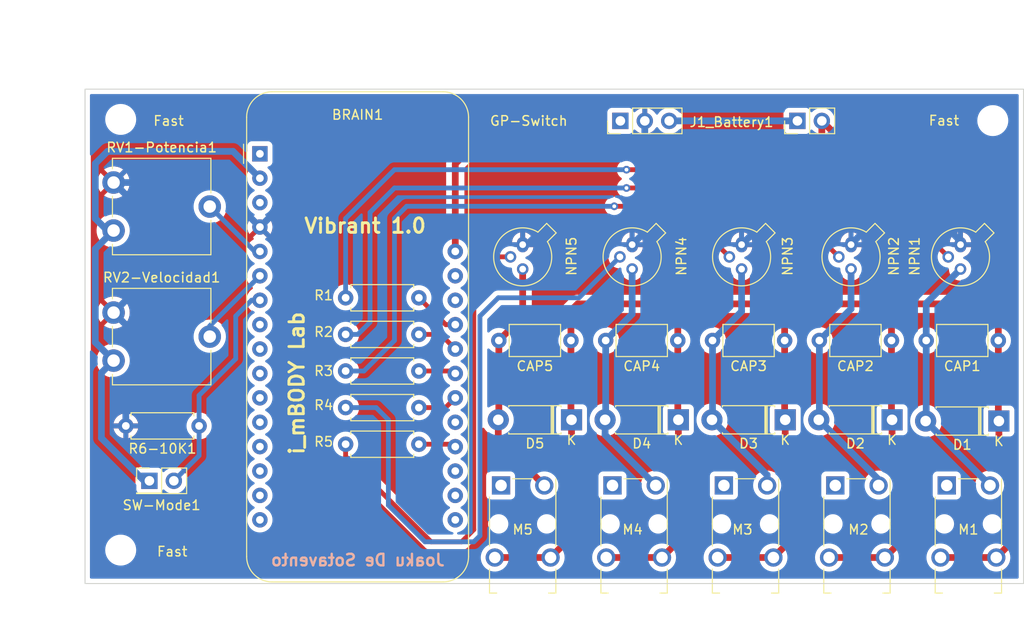
<source format=kicad_pcb>
(kicad_pcb (version 20211014) (generator pcbnew)
  (layers (0 "F.Cu" signal) (31 "B.Cu" signal) (34 "B.Paste" user) (35 "F.Paste" user) (36 "B.SilkS" user "B.Silkscreen") (37 "F.SilkS" user "F.Silkscreen") (38 "B.Mask" user) (39 "F.Mask" user) (44 "Edge.Cuts" user))
  (net 0 "")
  (net 3 "GND")
  (net 4 "Net-(BRAIN1-Pad5)")
  (net 5 "Net-(BRAIN1-Pad6)")
  (net 18 "Net-(BRAIN1-Pad20)")
  (net 20 "Net-(BRAIN1-Pad22)")
  (net 21 "Net-(BRAIN1-Pad23)")
  (net 22 "Net-(BRAIN1-Pad24)")
  (net 23 "Net-(BRAIN1-Pad25)")
  (net 25 "+3.3VP")
  (net 26 "Net-(CAP1-Pad2)")
  (net 27 "Net-(CAP2-Pad2)")
  (net 28 "Net-(CAP3-Pad2)")
  (net 29 "Net-(CAP4-Pad2)")
  (net 30 "Net-(CAP5-Pad2)")
  (net 31 "Net-(NPN1-Pad2)")
  (net 32 "Net-(NPN2-Pad2)")
  (net 33 "Net-(NPN3-Pad2)")
  (net 34 "Net-(NPN4-Pad2)")
  (net 35 "Net-(NPN5-Pad2)")
  (net 36 "Net-(BRAIN1-Pad7)")
  (net 38 "Net-(SW1_GeneralPower1-Pad3)")
  (net 44 "Net-(BRAIN1-Pad2)")
  (footprint "Connector_Audio:Jack_3.5mm_Switronic_ST-005-G_horizontal" (layer "F.Cu") (at 117.475 97.79 90)
    (fp_text reference "M1" (at 1.905 0 180) (layer "F.SilkS"))
    (fp_text value "Motor DC")
    (pad "" np_thru_hole circle (at 2.5 -2.5 90) (size 1 1) (drill 1) (layers *.Cu *.Mask))
    (pad "" np_thru_hole circle (at 2.5 2.5 90) (size 1 1) (drill 1) (layers *.Cu *.Mask))
    (pad "R" thru_hole rect (at 6.5 -2.25 90) (size 1.9 1.9) (drill 1.2) (layers *.Cu *.Mask))
    (pad "S" thru_hole circle (at 6.5 2.25 90) (size 1.9 1.9) (drill 1.2) (layers *.Cu *.Mask) (net 26 "Net-(CAP1-Pad2)"))
    (pad "T" thru_hole circle (at -1 -2.9 90) (size 1.9 1.9) (drill 1.2) (layers *.Cu *.Mask) (net 25 "+3.3VP"))
    (pad "T" thru_hole circle (at -1 2.9 90) (size 1.9 1.9) (drill 1.2) (layers *.Cu *.Mask) (net 25 "+3.3VP"))
  )
  (footprint "Potentiometer_THT:Potentiometer_ACP_CA9-V10_Vertical" (layer "F.Cu") (at 28.5729 64.7558)
    (fp_text reference "RV1-Potencia1" (at 5 -8.65) (layer "F.SilkS"))
    (fp_text value "R_Potentiometer")
    (pad "1" thru_hole circle (at 0 0) (size 2.34 2.34) (drill 1.3) (layers *.Cu *.Mask) (net 44 "Net-(BRAIN1-Pad2)"))
    (pad "2" thru_hole circle (at 10 -2.5) (size 2.34 2.34) (drill 1.3) (layers *.Cu *.Mask) (net 4 "Net-(BRAIN1-Pad5)"))
    (pad "3" thru_hole circle (at 0 -5) (size 2.34 2.34) (drill 1.3) (layers *.Cu *.Mask) (net 3 "GND"))
  )
  (footprint "Capacitor_THT:C_Axial_L5.1mm_D3.1mm_P7.50mm_Horizontal" (layer "F.Cu") (at 87.2525 76.2 180)
    (fp_text reference "CAP4" (at 3.75 -2.67) (layer "F.SilkS"))
    (fp_text value "C")
    (pad "1" thru_hole circle (at 0 0 180) (size 1.6 1.6) (drill 0.8) (layers *.Cu *.Mask) (net 25 "+3.3VP"))
    (pad "2" thru_hole oval (at 7.5 0 180) (size 1.6 1.6) (drill 0.8) (layers *.Cu *.Mask) (net 29 "Net-(CAP4-Pad2)"))
  )
  (footprint "Resistor_THT:R_Axial_DIN0207_L6.3mm_D2.5mm_P7.62mm_Horizontal" (layer "F.Cu") (at 60.325 83.185 180)
    (fp_text reference "R4" (at 9.906 0.254) (layer "F.SilkS"))
    (fp_text value "R")
    (pad "1" thru_hole circle (at 0 0 180) (size 1.6 1.6) (drill 0.8) (layers *.Cu *.Mask) (net 20 "Net-(BRAIN1-Pad22)"))
    (pad "2" thru_hole oval (at 7.62 0 180) (size 1.6 1.6) (drill 0.8) (layers *.Cu *.Mask) (net 34 "Net-(NPN4-Pad2)"))
  )
  (footprint "Module:Adafruit_Feather" (layer "F.Cu") (at 43.7896 56.769)
    (fp_text reference "BRAIN1" (at 10.16 -4.064) (layer "F.SilkS"))
    (fp_text value "Adafruit_Feather_HUZZAH32_ESP32")
    (pad "1" thru_hole rect (at 0 0 180) (size 1.6 1.6) (drill 0.8) (layers *.Cu *.Mask))
    (pad "2" thru_hole circle (at 0 2.54 180) (size 1.6 1.6) (drill 0.8) (layers *.Cu *.Mask) (net 44 "Net-(BRAIN1-Pad2)"))
    (pad "3" thru_hole circle (at 0 5.08 180) (size 1.6 1.6) (drill 0.8) (layers *.Cu *.Mask))
    (pad "4" thru_hole circle (at 0 7.62 180) (size 1.6 1.6) (drill 0.8) (layers *.Cu *.Mask) (net 3 "GND"))
    (pad "5" thru_hole circle (at 0 10.16 180) (size 1.6 1.6) (drill 0.8) (layers *.Cu *.Mask) (net 4 "Net-(BRAIN1-Pad5)"))
    (pad "6" thru_hole circle (at 0 12.7 180) (size 1.6 1.6) (drill 0.8) (layers *.Cu *.Mask) (net 5 "Net-(BRAIN1-Pad6)"))
    (pad "7" thru_hole circle (at 0 15.24 180) (size 1.6 1.6) (drill 0.8) (layers *.Cu *.Mask) (net 36 "Net-(BRAIN1-Pad7)"))
    (pad "8" thru_hole circle (at 0 17.78 180) (size 1.6 1.6) (drill 0.8) (layers *.Cu *.Mask))
    (pad "9" thru_hole circle (at 0 20.32 180) (size 1.6 1.6) (drill 0.8) (layers *.Cu *.Mask))
    (pad "10" thru_hole circle (at 0 22.86 180) (size 1.6 1.6) (drill 0.8) (layers *.Cu *.Mask))
    (pad "11" thru_hole circle (at 0 25.4 180) (size 1.6 1.6) (drill 0.8) (layers *.Cu *.Mask))
    (pad "12" thru_hole circle (at 0 27.94 180) (size 1.6 1.6) (drill 0.8) (layers *.Cu *.Mask))
    (pad "13" thru_hole circle (at 0 30.48 180) (size 1.6 1.6) (drill 0.8) (layers *.Cu *.Mask))
    (pad "14" thru_hole circle (at 0 33.02 180) (size 1.6 1.6) (drill 0.8) (layers *.Cu *.Mask))
    (pad "15" thru_hole circle (at 0 35.56 180) (size 1.6 1.6) (drill 0.8) (layers *.Cu *.Mask))
    (pad "16" thru_hole circle (at 0 38.1 180) (size 1.6 1.6) (drill 0.8) (layers *.Cu *.Mask))
    (pad "17" thru_hole circle (at 20.32 38.1 180) (size 1.6 1.6) (drill 0.8) (layers *.Cu *.Mask))
    (pad "18" thru_hole circle (at 20.32 35.56 180) (size 1.6 1.6) (drill 0.8) (layers *.Cu *.Mask))
    (pad "19" thru_hole circle (at 20.32 33.02 180) (size 1.6 1.6) (drill 0.8) (layers *.Cu *.Mask))
    (pad "20" thru_hole circle (at 20.32 30.48 180) (size 1.6 1.6) (drill 0.8) (layers *.Cu *.Mask) (net 18 "Net-(BRAIN1-Pad20)"))
    (pad "21" thru_hole circle (at 20.32 27.94 180) (size 1.6 1.6) (drill 0.8) (layers *.Cu *.Mask))
    (pad "22" thru_hole circle (at 20.32 25.4 180) (size 1.6 1.6) (drill 0.8) (layers *.Cu *.Mask) (net 20 "Net-(BRAIN1-Pad22)"))
    (pad "23" thru_hole circle (at 20.32 22.86 180) (size 1.6 1.6) (drill 0.8) (layers *.Cu *.Mask) (net 21 "Net-(BRAIN1-Pad23)"))
    (pad "24" thru_hole circle (at 20.32 20.32 180) (size 1.6 1.6) (drill 0.8) (layers *.Cu *.Mask) (net 22 "Net-(BRAIN1-Pad24)"))
    (pad "25" thru_hole circle (at 20.32 17.78 180) (size 1.6 1.6) (drill 0.8) (layers *.Cu *.Mask) (net 23 "Net-(BRAIN1-Pad25)"))
    (pad "26" thru_hole circle (at 20.32 15.24 180) (size 1.6 1.6) (drill 0.8) (layers *.Cu *.Mask))
    (pad "27" thru_hole circle (at 20.32 12.7 180) (size 1.6 1.6) (drill 0.8) (layers *.Cu *.Mask))
    (pad "28" thru_hole circle (at 20.32 10.16 180) (size 1.6 1.6) (drill 0.8) (layers *.Cu *.Mask) (net 25 "+3.3VP"))
  )
  (footprint "Capacitor_THT:C_Axial_L5.1mm_D3.1mm_P7.50mm_Horizontal" (layer "F.Cu") (at 76.14 76.2 180)
    (fp_text reference "CAP5" (at 3.75 -2.67) (layer "F.SilkS"))
    (fp_text value "C")
    (pad "1" thru_hole circle (at 0 0 180) (size 1.6 1.6) (drill 0.8) (layers *.Cu *.Mask) (net 25 "+3.3VP"))
    (pad "2" thru_hole oval (at 7.5 0 180) (size 1.6 1.6) (drill 0.8) (layers *.Cu *.Mask) (net 30 "Net-(CAP5-Pad2)"))
  )
  (footprint "MountingHole:MountingHole_2.2mm_M2_DIN965" (layer "F.Cu") (at 29.3116 98.0186)
    (fp_text reference "Fast" (at 5.3594 0.1524) (layer "F.SilkS"))
    (fp_text value "MountingHole_2.2mm_M2_DIN965")
    (pad "" np_thru_hole circle (at 0 0) (size 2.2 2.2) (drill 2.2) (layers *.Cu *.Mask))
  )
  (footprint "Package_TO_SOT_THT:TO-18-3" (layer "F.Cu") (at 82.503819 66.224724 -90)
    (fp_text reference "NPN4" (at 1.212276 -5.126181 90) (layer "F.SilkS"))
    (fp_text value "2N2219")
    (pad "1" thru_hole oval (at 0 0 270) (size 1.6 1.2) (drill 0.7) (layers *.Cu *.Mask) (net 3 "GND"))
    (pad "2" thru_hole oval (at 1.27 1.27 270) (size 1.2 1.2) (drill 0.7) (layers *.Cu *.Mask) (net 34 "Net-(NPN4-Pad2)"))
    (pad "3" thru_hole oval (at 2.54 0 270) (size 1.2 1.2) (drill 0.7) (layers *.Cu *.Mask) (net 29 "Net-(CAP4-Pad2)"))
  )
  (footprint "Connector_PinHeader_2.54mm:PinHeader_2x01_P2.54mm_Vertical" (layer "F.Cu") (at 32.2979 90.805)
    (fp_text reference "SW-Mode1" (at 1.27 2.54) (layer "F.SilkS"))
    (fp_text value "SW_Push")
    (pad "1" thru_hole rect (at 0 0) (size 1.7 1.7) (drill 1) (layers *.Cu *.Mask) (net 44 "Net-(BRAIN1-Pad2)"))
    (pad "2" thru_hole oval (at 2.54 0) (size 1.7 1.7) (drill 1) (layers *.Cu *.Mask) (net 36 "Net-(BRAIN1-Pad7)"))
  )
  (footprint "Capacitor_THT:C_Axial_L5.1mm_D3.1mm_P7.50mm_Horizontal" (layer "F.Cu") (at 120.59 76.2 180)
    (fp_text reference "CAP1" (at 3.75 -2.67) (layer "F.SilkS"))
    (fp_text value "C")
    (pad "1" thru_hole circle (at 0 0 180) (size 1.6 1.6) (drill 0.8) (layers *.Cu *.Mask) (net 25 "+3.3VP"))
    (pad "2" thru_hole oval (at 7.5 0 180) (size 1.6 1.6) (drill 0.8) (layers *.Cu *.Mask) (net 26 "Net-(CAP1-Pad2)"))
  )
  (footprint "MountingHole:MountingHole_2.2mm_M2_DIN965" (layer "F.Cu") (at 120.015 53.311 -90)
    (fp_text reference "Fast" (at 0 5.08 180) (layer "F.SilkS"))
    (fp_text value "MountingHole_2.2mm_M2_DIN965")
    (pad "" np_thru_hole circle (at 0 0 270) (size 2.2 2.2) (drill 2.2) (layers *.Cu *.Mask))
  )
  (footprint "Diode_THT:D_DO-41_SOD81_P7.62mm_Horizontal" (layer "F.Cu") (at 109.5375 84.455 180)
    (fp_text reference "D2" (at 3.81 -2.47 180) (layer "F.SilkS"))
    (fp_text value "1N4007")
    (fp_text user "K" (at 0 -2.1 180) (layer "F.SilkS"))
    (pad "1" thru_hole rect (at 0 0 180) (size 2.2 2.2) (drill 1.1) (layers *.Cu *.Mask) (net 25 "+3.3VP"))
    (pad "2" thru_hole oval (at 7.62 0 180) (size 2.2 2.2) (drill 1.1) (layers *.Cu *.Mask) (net 27 "Net-(CAP2-Pad2)"))
  )
  (footprint "Connector_PinHeader_2.54mm:PinHeader_1x03_P2.54mm_Vertical" (layer "F.Cu") (at 81.28 53.34 90)
    (fp_text reference "GP-Switch" (at 0 -9.525 180) (layer "F.SilkS"))
    (fp_text value "SW_SPDT")
    (pad "1" thru_hole rect (at 0 0 90) (size 1.7 1.7) (drill 1) (layers *.Cu *.Mask))
    (pad "2" thru_hole oval (at 0 2.54 90) (size 1.7 1.7) (drill 1) (layers *.Cu *.Mask) (net 3 "GND"))
    (pad "3" thru_hole oval (at 0 5.08 90) (size 1.7 1.7) (drill 1) (layers *.Cu *.Mask) (net 38 "Net-(SW1_GeneralPower1-Pad3)"))
  )
  (footprint "Diode_THT:D_DO-41_SOD81_P7.62mm_Horizontal" (layer "F.Cu") (at 98.425 84.455 180)
    (fp_text reference "D3" (at 3.81 -2.47 180) (layer "F.SilkS"))
    (fp_text value "1N4007")
    (fp_text user "K" (at 0 -2.1 180) (layer "F.SilkS"))
    (pad "1" thru_hole rect (at 0 0 180) (size 2.2 2.2) (drill 1.1) (layers *.Cu *.Mask) (net 25 "+3.3VP"))
    (pad "2" thru_hole oval (at 7.62 0 180) (size 2.2 2.2) (drill 1.1) (layers *.Cu *.Mask) (net 28 "Net-(CAP3-Pad2)"))
  )
  (footprint "Package_TO_SOT_THT:TO-18-3" (layer "F.Cu") (at 93.887638 66.224724 -90)
    (fp_text reference "NPN3" (at 1.212276 -4.791362 90) (layer "F.SilkS"))
    (fp_text value "2N2219")
    (pad "1" thru_hole oval (at 0 0 270) (size 1.6 1.2) (drill 0.7) (layers *.Cu *.Mask) (net 3 "GND"))
    (pad "2" thru_hole oval (at 1.27 1.27 270) (size 1.2 1.2) (drill 0.7) (layers *.Cu *.Mask) (net 33 "Net-(NPN3-Pad2)"))
    (pad "3" thru_hole oval (at 2.54 0 270) (size 1.2 1.2) (drill 0.7) (layers *.Cu *.Mask) (net 28 "Net-(CAP3-Pad2)"))
  )
  (footprint "Connector_PinHeader_2.54mm:PinHeader_1x02_P2.54mm_Vertical" (layer "F.Cu") (at 99.695 53.34 90)
    (fp_text reference "J1_Battery1" (at -0.127 -6.858 180) (layer "F.SilkS"))
    (fp_text value "Conn_01x02")
    (pad "1" thru_hole rect (at 0 0 90) (size 1.7 1.7) (drill 1) (layers *.Cu *.Mask) (net 38 "Net-(SW1_GeneralPower1-Pad3)"))
    (pad "2" thru_hole oval (at 0 2.54 90) (size 1.7 1.7) (drill 1) (layers *.Cu *.Mask) (net 25 "+3.3VP"))
  )
  (footprint "Connector_Audio:Jack_3.5mm_Switronic_ST-005-G_horizontal" (layer "F.Cu") (at 71.12 97.79 90)
    (fp_text reference "M5" (at 1.905 0 180) (layer "F.SilkS"))
    (fp_text value "Motor DC")
    (pad "" np_thru_hole circle (at 2.5 2.5 90) (size 1 1) (drill 1) (layers *.Cu *.Mask))
    (pad "" np_thru_hole circle (at 2.5 -2.5 90) (size 1 1) (drill 1) (layers *.Cu *.Mask))
    (pad "R" thru_hole rect (at 6.5 -2.25 90) (size 1.9 1.9) (drill 1.2) (layers *.Cu *.Mask))
    (pad "S" thru_hole circle (at 6.5 2.25 90) (size 1.9 1.9) (drill 1.2) (layers *.Cu *.Mask) (net 30 "Net-(CAP5-Pad2)"))
    (pad "T" thru_hole circle (at -1 -2.9 90) (size 1.9 1.9) (drill 1.2) (layers *.Cu *.Mask) (net 25 "+3.3VP"))
    (pad "T" thru_hole circle (at -1 2.9 90) (size 1.9 1.9) (drill 1.2) (layers *.Cu *.Mask) (net 25 "+3.3VP"))
  )
  (footprint "Resistor_THT:R_Axial_DIN0207_L6.3mm_D2.5mm_P7.62mm_Horizontal" (layer "F.Cu") (at 60.325 86.995 180)
    (fp_text reference "R5" (at 9.906 0.254) (layer "F.SilkS"))
    (fp_text value "R")
    (pad "1" thru_hole circle (at 0 0 180) (size 1.6 1.6) (drill 0.8) (layers *.Cu *.Mask) (net 18 "Net-(BRAIN1-Pad20)"))
    (pad "2" thru_hole oval (at 7.62 0 180) (size 1.6 1.6) (drill 0.8) (layers *.Cu *.Mask) (net 35 "Net-(NPN5-Pad2)"))
  )
  (footprint "Package_TO_SOT_THT:TO-18-3" (layer "F.Cu") (at 116.655276 66.224724 -90)
    (fp_text reference "NPN1" (at 1.212276 4.768276 90) (layer "F.SilkS"))
    (fp_text value "2N2219")
    (pad "1" thru_hole oval (at 0 0 270) (size 1.6 1.2) (drill 0.7) (layers *.Cu *.Mask) (net 3 "GND"))
    (pad "2" thru_hole oval (at 1.27 1.27 270) (size 1.2 1.2) (drill 0.7) (layers *.Cu *.Mask) (net 31 "Net-(NPN1-Pad2)"))
    (pad "3" thru_hole oval (at 2.54 0 270) (size 1.2 1.2) (drill 0.7) (layers *.Cu *.Mask) (net 26 "Net-(CAP1-Pad2)"))
  )
  (footprint "Connector_Audio:Jack_3.5mm_Switronic_ST-005-G_horizontal" (layer "F.Cu") (at 82.70875 97.79 90)
    (fp_text reference "M4" (at 1.905 -0.15875 180) (layer "F.SilkS"))
    (fp_text value "Motor DC")
    (pad "" np_thru_hole circle (at 2.5 -2.5 90) (size 1 1) (drill 1) (layers *.Cu *.Mask))
    (pad "" np_thru_hole circle (at 2.5 2.5 90) (size 1 1) (drill 1) (layers *.Cu *.Mask))
    (pad "R" thru_hole rect (at 6.5 -2.25 90) (size 1.9 1.9) (drill 1.2) (layers *.Cu *.Mask))
    (pad "S" thru_hole circle (at 6.5 2.25 90) (size 1.9 1.9) (drill 1.2) (layers *.Cu *.Mask) (net 29 "Net-(CAP4-Pad2)"))
    (pad "T" thru_hole circle (at -1 2.9 90) (size 1.9 1.9) (drill 1.2) (layers *.Cu *.Mask) (net 25 "+3.3VP"))
    (pad "T" thru_hole circle (at -1 -2.9 90) (size 1.9 1.9) (drill 1.2) (layers *.Cu *.Mask) (net 25 "+3.3VP"))
  )
  (footprint "Diode_THT:D_DO-41_SOD81_P7.62mm_Horizontal" (layer "F.Cu") (at 87.3125 84.455 180)
    (fp_text reference "D4" (at 3.81 -2.47 180) (layer "F.SilkS"))
    (fp_text value "1N4007")
    (fp_text user "K" (at 0 -2.1 180) (layer "F.SilkS"))
    (pad "1" thru_hole rect (at 0 0 180) (size 2.2 2.2) (drill 1.1) (layers *.Cu *.Mask) (net 25 "+3.3VP"))
    (pad "2" thru_hole oval (at 7.62 0 180) (size 2.2 2.2) (drill 1.1) (layers *.Cu *.Mask) (net 29 "Net-(CAP4-Pad2)"))
  )
  (footprint "Connector_Audio:Jack_3.5mm_Switronic_ST-005-G_horizontal" (layer "F.Cu") (at 105.88625 97.79 90)
    (fp_text reference "M2" (at 1.905 0.15875 180) (layer "F.SilkS"))
    (fp_text value "Motor DC")
    (pad "" np_thru_hole circle (at 2.5 2.5 90) (size 1 1) (drill 1) (layers *.Cu *.Mask))
    (pad "" np_thru_hole circle (at 2.5 -2.5 90) (size 1 1) (drill 1) (layers *.Cu *.Mask))
    (pad "R" thru_hole rect (at 6.5 -2.25 90) (size 1.9 1.9) (drill 1.2) (layers *.Cu *.Mask))
    (pad "S" thru_hole circle (at 6.5 2.25 90) (size 1.9 1.9) (drill 1.2) (layers *.Cu *.Mask) (net 27 "Net-(CAP2-Pad2)"))
    (pad "T" thru_hole circle (at -1 2.9 90) (size 1.9 1.9) (drill 1.2) (layers *.Cu *.Mask) (net 25 "+3.3VP"))
    (pad "T" thru_hole circle (at -1 -2.9 90) (size 1.9 1.9) (drill 1.2) (layers *.Cu *.Mask) (net 25 "+3.3VP"))
  )
  (footprint "Capacitor_THT:C_Axial_L5.1mm_D3.1mm_P7.50mm_Horizontal" (layer "F.Cu") (at 109.4775 76.2 180)
    (fp_text reference "CAP2" (at 3.75 -2.67) (layer "F.SilkS"))
    (fp_text value "C")
    (pad "1" thru_hole circle (at 0 0 180) (size 1.6 1.6) (drill 0.8) (layers *.Cu *.Mask) (net 25 "+3.3VP"))
    (pad "2" thru_hole oval (at 7.5 0 180) (size 1.6 1.6) (drill 0.8) (layers *.Cu *.Mask) (net 27 "Net-(CAP2-Pad2)"))
  )
  (footprint "MountingHole:MountingHole_2.2mm_M2_DIN965" (layer "F.Cu") (at 29.3116 53.1876)
    (fp_text reference "Fast" (at 4.9784 0.1524) (layer "F.SilkS"))
    (fp_text value "MountingHole_2.2mm_M2_DIN965")
    (pad "" np_thru_hole circle (at 0 0) (size 2.2 2.2) (drill 2.2) (layers *.Cu *.Mask))
  )
  (footprint "Resistor_THT:R_Axial_DIN0207_L6.3mm_D2.5mm_P7.62mm_Horizontal" (layer "F.Cu") (at 37.465 85.09 180)
    (fp_text reference "R6-10K1" (at 3.81 -2.37) (layer "F.SilkS"))
    (fp_text value "R")
    (pad "1" thru_hole circle (at 0 0 180) (size 1.6 1.6) (drill 0.8) (layers *.Cu *.Mask) (net 36 "Net-(BRAIN1-Pad7)"))
    (pad "2" thru_hole oval (at 7.62 0 180) (size 1.6 1.6) (drill 0.8) (layers *.Cu *.Mask) (net 3 "GND"))
  )
  (footprint "Capacitor_THT:C_Axial_L5.1mm_D3.1mm_P7.50mm_Horizontal" (layer "F.Cu") (at 98.365 76.2 180)
    (fp_text reference "CAP3" (at 3.75 -2.67) (layer "F.SilkS"))
    (fp_text value "C")
    (pad "1" thru_hole circle (at 0 0 180) (size 1.6 1.6) (drill 0.8) (layers *.Cu *.Mask) (net 25 "+3.3VP"))
    (pad "2" thru_hole oval (at 7.5 0 180) (size 1.6 1.6) (drill 0.8) (layers *.Cu *.Mask) (net 28 "Net-(CAP3-Pad2)"))
  )
  (footprint "Connector_Audio:Jack_3.5mm_Switronic_ST-005-G_horizontal" (layer "F.Cu") (at 94.2975 97.79 90)
    (fp_text reference "M3" (at 1.905 -0.3175 180) (layer "F.SilkS"))
    (fp_text value "Motor DC")
    (pad "" np_thru_hole circle (at 2.5 2.5 90) (size 1 1) (drill 1) (layers *.Cu *.Mask))
    (pad "" np_thru_hole circle (at 2.5 -2.5 90) (size 1 1) (drill 1) (layers *.Cu *.Mask))
    (pad "R" thru_hole rect (at 6.5 -2.25 90) (size 1.9 1.9) (drill 1.2) (layers *.Cu *.Mask))
    (pad "S" thru_hole circle (at 6.5 2.25 90) (size 1.9 1.9) (drill 1.2) (layers *.Cu *.Mask) (net 28 "Net-(CAP3-Pad2)"))
    (pad "T" thru_hole circle (at -1 -2.9 90) (size 1.9 1.9) (drill 1.2) (layers *.Cu *.Mask) (net 25 "+3.3VP"))
    (pad "T" thru_hole circle (at -1 2.9 90) (size 1.9 1.9) (drill 1.2) (layers *.Cu *.Mask) (net 25 "+3.3VP"))
  )
  (footprint "Resistor_THT:R_Axial_DIN0207_L6.3mm_D2.5mm_P7.62mm_Horizontal" (layer "F.Cu") (at 60.325 79.375 180)
    (fp_text reference "R3" (at 9.906 0) (layer "F.SilkS"))
    (fp_text value "R")
    (pad "1" thru_hole circle (at 0 0 180) (size 1.6 1.6) (drill 0.8) (layers *.Cu *.Mask) (net 21 "Net-(BRAIN1-Pad23)"))
    (pad "2" thru_hole oval (at 7.62 0 180) (size 1.6 1.6) (drill 0.8) (layers *.Cu *.Mask) (net 33 "Net-(NPN3-Pad2)"))
  )
  (footprint "Resistor_THT:R_Axial_DIN0207_L6.3mm_D2.5mm_P7.62mm_Horizontal" (layer "F.Cu") (at 60.325 75.565 180)
    (fp_text reference "R2" (at 9.906 0.254) (layer "F.SilkS"))
    (fp_text value "R")
    (pad "1" thru_hole circle (at 0 0 180) (size 1.6 1.6) (drill 0.8) (layers *.Cu *.Mask) (net 22 "Net-(BRAIN1-Pad24)"))
    (pad "2" thru_hole oval (at 7.62 0 180) (size 1.6 1.6) (drill 0.8) (layers *.Cu *.Mask) (net 32 "Net-(NPN2-Pad2)"))
  )
  (footprint "Potentiometer_THT:Potentiometer_ACP_CA9-V10_Vertical" (layer "F.Cu") (at 28.5729 78.294)
    (fp_text reference "RV2-Velocidad1" (at 5 -8.65) (layer "F.SilkS"))
    (fp_text value "R_Potentiometer")
    (pad "1" thru_hole circle (at 0 0) (size 2.34 2.34) (drill 1.3) (layers *.Cu *.Mask) (net 44 "Net-(BRAIN1-Pad2)"))
    (pad "2" thru_hole circle (at 10 -2.5) (size 2.34 2.34) (drill 1.3) (layers *.Cu *.Mask) (net 5 "Net-(BRAIN1-Pad6)"))
    (pad "3" thru_hole circle (at 0 -5) (size 2.34 2.34) (drill 1.3) (layers *.Cu *.Mask) (net 3 "GND"))
  )
  (footprint "Package_TO_SOT_THT:TO-18-3" (layer "F.Cu") (at 105.271457 66.224724 -90)
    (fp_text reference "NPN2" (at 1.212276 -4.456543 90) (layer "F.SilkS"))
    (fp_text value "2N2219")
    (pad "1" thru_hole oval (at 0 0 270) (size 1.6 1.2) (drill 0.7) (layers *.Cu *.Mask) (net 3 "GND"))
    (pad "2" thru_hole oval (at 1.27 1.27 270) (size 1.2 1.2) (drill 0.7) (layers *.Cu *.Mask) (net 32 "Net-(NPN2-Pad2)"))
    (pad "3" thru_hole oval (at 2.54 0 270) (size 1.2 1.2) (drill 0.7) (layers *.Cu *.Mask) (net 27 "Net-(CAP2-Pad2)"))
  )
  (footprint "Diode_THT:D_DO-41_SOD81_P7.62mm_Horizontal" (layer "F.Cu") (at 120.65 84.583807 180)
    (fp_text reference "D1" (at 3.81 -2.47 180) (layer "F.SilkS"))
    (fp_text value "1N4007")
    (fp_text user "K" (at 0 -2.1 180) (layer "F.SilkS"))
    (pad "1" thru_hole rect (at 0 0 180) (size 2.2 2.2) (drill 1.1) (layers *.Cu *.Mask) (net 25 "+3.3VP"))
    (pad "2" thru_hole oval (at 7.62 0 180) (size 2.2 2.2) (drill 1.1) (layers *.Cu *.Mask) (net 26 "Net-(CAP1-Pad2)"))
  )
  (footprint "Diode_THT:D_DO-41_SOD81_P7.62mm_Horizontal" (layer "F.Cu") (at 76.2 84.455 180)
    (fp_text reference "D5" (at 3.81 -2.47 180) (layer "F.SilkS"))
    (fp_text value "1N4007")
    (fp_text user "K" (at 0 -2.1 180) (layer "F.SilkS"))
    (pad "1" thru_hole rect (at 0 0 180) (size 2.2 2.2) (drill 1.1) (layers *.Cu *.Mask) (net 25 "+3.3VP"))
    (pad "2" thru_hole oval (at 7.62 0 180) (size 2.2 2.2) (drill 1.1) (layers *.Cu *.Mask) (net 30 "Net-(CAP5-Pad2)"))
  )
  (footprint "Resistor_THT:R_Axial_DIN0207_L6.3mm_D2.5mm_P7.62mm_Horizontal" (layer "F.Cu") (at 60.325 71.755 180)
    (fp_text reference "R1" (at 9.906 0.254) (layer "F.SilkS"))
    (fp_text value "R")
    (pad "1" thru_hole circle (at 0 0 180) (size 1.6 1.6) (drill 0.8) (layers *.Cu *.Mask) (net 23 "Net-(BRAIN1-Pad25)"))
    (pad "2" thru_hole oval (at 7.62 0 180) (size 1.6 1.6) (drill 0.8) (layers *.Cu *.Mask) (net 31 "Net-(NPN1-Pad2)"))
  )
  (footprint "Package_TO_SOT_THT:TO-18-3" (layer "F.Cu") (at 71.12 66.224724 -90)
    (fp_text reference "NPN5" (at 1.212276 -5.08 90) (layer "F.SilkS"))
    (fp_text value "2N2219")
    (pad "1" thru_hole oval (at 0 0 270) (size 1.6 1.2) (drill 0.7) (layers *.Cu *.Mask) (net 3 "GND"))
    (pad "2" thru_hole oval (at 1.27 1.27 270) (size 1.2 1.2) (drill 0.7) (layers *.Cu *.Mask) (net 35 "Net-(NPN5-Pad2)"))
    (pad "3" thru_hole oval (at 2.54 0 270) (size 1.2 1.2) (drill 0.7) (layers *.Cu *.Mask) (net 30 "Net-(CAP5-Pad2)"))
  )
  (gr_rect (start 123.2154 101.4984) (end 25.6032 50.038) (layer "Edge.Cuts") (width 0.1) (fill none))
  (gr_text "Joaku De Sotavento" (at 53.975 99.06) (layer "B.SilkS") (effects (font (size 1.2 1.2) (thickness 0.25)) (justify mirror)))
  (gr_text "Vibrant 1.0" (at 54.737 64.262) (layer "F.SilkS") (effects (font (size 1.5 1.5) (thickness 0.3))))
  (gr_text "i_mBODY Lab" (at 47.625 80.645 90) (layer "F.SilkS") (effects (font (size 1.5 1.5) (thickness 0.3))))
  (segment (start 82.503819 66.224724) (end 84.593543 64.135) (width 0.7) (layer "B.Cu") (net 3))
  (segment (start 43.7896 64.389) (end 51.6636 56.515) (width 0.7) (layer "B.Cu") (net 3))
  (segment (start 39.0906 59.69) (end 37.465 59.69) (width 0.7) (layer "B.Cu") (net 3))
  (segment (start 116.655276 65.855276) (end 116.655276 66.224724) (width 0.7) (layer "B.Cu") (net 3))
  (segment (start 37.465 59.69) (end 37.3992 59.7558) (width 0.7) (layer "B.Cu") (net 3))
  (segment (start 30.4121 61.595) (end 31.75 61.595) (width 0.7) (layer "B.Cu") (net 3))
  (segment (start 51.6636 56.515) (end 83.82 56.515) (width 0.7) (layer "B.Cu") (net 3))
  (segment (start 31.75 76.4711) (end 28.5729 73.294) (width 0.7) (layer "B.Cu") (net 3))
  (segment (start 105.271457 66.178543) (end 107.315 64.135) (width 0.7) (layer "B.Cu") (net 3))
  (segment (start 31.75 61.595) (end 32.385 62.23) (width 0.7) (layer "B.Cu") (net 3))
  (segment (start 73.66 64.135) (end 80.645 64.135) (width 0.7) (layer "B.Cu") (net 3))
  (segment (start 29.845 81.28) (end 31.75 79.375) (width 0.7) (layer "B.Cu") (net 3))
  (segment (start 95.885 64.135) (end 107.315 64.135) (width 0.7) (layer "B.Cu") (net 3))
  (segment (start 37.3992 59.7558) (end 28.5729 59.7558) (width 0.7) (layer "B.Cu") (net 3))
  (segment (start 83.82 53.34) (end 83.82 60.96) (width 0.7) (layer "B.Cu") (net 3))
  (segment (start 32.385 62.23) (end 32.385 69.4819) (width 0.7) (layer "B.Cu") (net 3))
  (segment (start 80.645 64.135) (end 85.09 64.135) (width 0.7) (layer "B.Cu") (net 3))
  (segment (start 29.845 85.09) (end 29.845 81.28) (width 0.7) (layer "B.Cu") (net 3))
  (segment (start 93.887638 66.224724) (end 95.885 64.227362) (width 0.7) (layer "B.Cu") (net 3))
  (segment (start 71.570276 66.224724) (end 73.66 64.135) (width 0.7) (layer "B.Cu") (net 3))
  (segment (start 107.315 64.135) (end 114.935 64.135) (width 0.7) (layer "B.Cu") (net 3))
  (segment (start 85.09 64.135) (end 95.885 64.135) (width 0.7) (layer "B.Cu") (net 3))
  (segment (start 32.385 69.4819) (end 28.5729 73.294) (width 0.7) (layer "B.Cu") (net 3))
  (segment (start 84.593543 64.135) (end 85.09 64.135) (width 0.7) (layer "B.Cu") (net 3))
  (segment (start 83.82 60.96) (end 80.645 64.135) (width 0.7) (layer "B.Cu") (net 3))
  (segment (start 71.12 66.224724) (end 71.570276 66.224724) (width 0.7) (layer "B.Cu") (net 3))
  (segment (start 95.885 64.227362) (end 95.885 64.135) (width 0.7) (layer "B.Cu") (net 3))
  (segment (start 105.271457 66.224724) (end 105.271457 66.178543) (width 0.7) (layer "B.Cu") (net 3))
  (segment (start 43.7896 64.389) (end 39.0906 59.69) (width 0.7) (layer "B.Cu") (net 3))
  (segment (start 31.75 79.375) (end 31.75 76.4711) (width 0.7) (layer "B.Cu") (net 3))
  (segment (start 28.5729 59.7558) (end 30.4121 61.595) (width 0.7) (layer "B.Cu") (net 3))
  (segment (start 114.935 64.135) (end 116.655276 65.855276) (width 0.7) (layer "B.Cu") (net 3))
  (segment (start 38.5729 62.2558) (end 43.2461 66.929) (width 0.5) (layer "B.Cu") (net 4))
  (segment (start 43.2461 66.929) (end 43.7896 66.929) (width 0.5) (layer "B.Cu") (net 4))
  (segment (start 38.5729 75.794) (end 38.5729 74.6857) (width 0.5) (layer "B.Cu") (net 5))
  (segment (start 38.5729 74.6857) (end 43.7896 69.469) (width 0.5) (layer "B.Cu") (net 5))
  (segment (start 60.325 86.995) (end 63.8556 86.995) (width 0.5) (layer "F.Cu") (net 18))
  (segment (start 63.8556 86.995) (end 64.1096 87.249) (width 0.5) (layer "F.Cu") (net 18))
  (segment (start 60.325 83.185) (end 63.0936 83.185) (width 0.5) (layer "F.Cu") (net 20))
  (segment (start 63.0936 83.185) (end 64.1096 82.169) (width 0.5) (layer "F.Cu") (net 20))
  (segment (start 63.8556 79.375) (end 64.1096 79.629) (width 0.5) (layer "F.Cu") (net 21))
  (segment (start 60.325 79.375) (end 63.8556 79.375) (width 0.5) (layer "F.Cu") (net 21))
  (segment (start 60.325 75.565) (end 62.5856 75.565) (width 0.5) (layer "F.Cu") (net 22))
  (segment (start 62.5856 75.565) (end 64.1096 77.089) (width 0.5) (layer "F.Cu") (net 22))
  (segment (start 63.119 74.549) (end 64.1096 74.549) (width 0.5) (layer "F.Cu") (net 23))
  (segment (start 60.325 71.755) (end 63.119 74.549) (width 0.5) (layer "F.Cu") (net 23))
  (segment (start 76.14 84.395) (end 76.2 84.455) (width 0.7) (layer "F.Cu") (net 25))
  (segment (start 100.838 56.515) (end 102.235 55.118) (width 0.7) (layer "F.Cu") (net 25))
  (segment (start 97.1975 98.79) (end 91.3975 98.79) (width 0.7) (layer "F.Cu") (net 25))
  (segment (start 120.59 76.2) (end 120.59 72.965) (width 0.7) (layer "F.Cu") (net 25))
  (segment (start 120.59 72.965) (end 121.285 72.27) (width 0.7) (layer "F.Cu") (net 25))
  (segment (start 121.285 72.27) (end 121.285 57.785) (width 0.7) (layer "F.Cu") (net 25))
  (segment (start 64.1096 66.929) (end 64.1096 57.8104) (width 0.7) (layer "F.Cu") (net 25))
  (segment (start 109.4775 76.2) (end 109.4775 73.9175) (width 0.7) (layer "F.Cu") (net 25))
  (segment (start 109.5375 84.455) (end 109.5375 88.5825) (width 0.7) (layer "F.Cu") (net 25))
  (segment (start 98.365 73.085) (end 98.365 76.2) (width 0.7) (layer "F.Cu") (net 25))
  (segment (start 111.125 96.45125) (end 108.78625 98.79) (width 0.7) (layer "F.Cu") (net 25))
  (segment (start 76.2 84.455) (end 76.2 96.61) (width 0.7) (layer "F.Cu") (net 25))
  (segment (start 64.1096 57.8104) (end 65.405 56.515) (width 0.7) (layer "F.Cu") (net 25))
  (segment (start 109.4775 73.9175) (end 107.95 72.39) (width 0.7) (layer "F.Cu") (net 25))
  (segment (start 120.375 98.79) (end 114.575 98.79) (width 0.7) (layer "F.Cu") (net 25))
  (segment (start 99.06 72.39) (end 98.365 73.085) (width 0.7) (layer "F.Cu") (net 25))
  (segment (start 68.22 98.79) (end 74.02 98.79) (width 0.7) (layer "F.Cu") (net 25))
  (segment (start 87.2525 76.2) (end 87.2525 84.395) (width 0.7) (layer "F.Cu") (net 25))
  (segment (start 98.365 76.2) (end 98.365 84.395) (width 0.7) (layer "F.Cu") (net 25))
  (segment (start 65.405 56.515) (end 100.838 56.515) (width 0.7) (layer "F.Cu") (net 25))
  (segment (start 120.65 88.9) (end 121.92 90.17) (width 0.7) (layer "F.Cu") (net 25))
  (segment (start 85.60875 98.79) (end 79.80875 98.79) (width 0.7) (layer "F.Cu") (net 25))
  (segment (start 121.92 90.17) (end 121.92 97.245) (width 0.7) (layer "F.Cu") (net 25))
  (segment (start 87.2525 84.395) (end 87.3125 84.455) (width 0.7) (layer "F.Cu") (net 25))
  (segment (start 87.3125 84.455) (end 87.3125 97.08625) (width 0.7) (layer "F.Cu") (net 25))
  (segment (start 120.65 84.583807) (end 120.65 88.9) (width 0.7) (layer "F.Cu") (net 25))
  (segment (start 102.235 55.118) (end 102.235 53.34) (width 0.7) (layer "F.Cu") (net 25))
  (segment (start 109.4775 76.2) (end 109.4775 84.395) (width 0.7) (layer "F.Cu") (net 25))
  (segment (start 120.59 84.523807) (end 120.65 84.583807) (width 0.7) (layer "F.Cu") (net 25))
  (segment (start 109.5375 88.5825) (end 111.125 90.17) (width 0.7) (layer "F.Cu") (net 25))
  (segment (start 87.3125 97.08625) (end 85.60875 98.79) (width 0.7) (layer "F.Cu") (net 25))
  (segment (start 87.2525 76.2) (end 87.2525 74.6725) (width 0.7) (layer "F.Cu") (net 25))
  (segment (start 108.78625 98.79) (end 102.98625 98.79) (width 0.7) (layer "F.Cu") (net 25))
  (segment (start 109.4775 84.395) (end 109.5375 84.455) (width 0.7) (layer "F.Cu") (net 25))
  (segment (start 87.2525 74.6725) (end 89.535 72.39) (width 0.7) (layer "F.Cu") (net 25))
  (segment (start 120.015 72.39) (end 107.95 72.39) (width 0.7) (layer "F.Cu") (net 25))
  (segment (start 121.285 57.785) (end 120.015 56.515) (width 0.7) (layer "F.Cu") (net 25))
  (segment (start 120.59 76.2) (end 120.59 84.523807) (width 0.7) (layer "F.Cu") (net 25))
  (segment (start 121.92 97.245) (end 120.375 98.79) (width 0.7) (layer "F.Cu") (net 25))
  (segment (start 76.14 76.2) (end 76.14 73.085) (width 0.7) (layer "F.Cu") (net 25))
  (segment (start 105.41 56.515) (end 102.235 53.34) (width 0.7) (layer "F.Cu") (net 25))
  (segment (start 76.14 76.2) (end 76.14 84.395) (width 0.7) (layer "F.Cu") (net 25))
  (segment (start 76.14 73.085) (end 76.835 72.39) (width 0.7) (layer "F.Cu") (net 25))
  (segment (start 98.425 97.5625) (end 97.1975 98.79) (width 0.7) (layer "F.Cu") (net 25))
  (segment (start 111.125 90.17) (end 111.125 96.45125) (width 0.7) (layer "F.Cu") (net 25))
  (segment (start 98.425 84.455) (end 98.425 97.5625) (width 0.7) (layer "F.Cu") (net 25))
  (segment (start 76.2 96.61) (end 74.02 98.79) (width 0.7) (layer "F.Cu") (net 25))
  (segment (start 76.835 72.39) (end 89.535 72.39) (width 0.7) (layer "F.Cu") (net 25))
  (segment (start 107.95 72.39) (end 99.06 72.39) (width 0.7) (layer "F.Cu") (net 25))
  (segment (start 120.59 72.965) (end 120.015 72.39) (width 0.7) (layer "F.Cu") (net 25))
  (segment (start 120.015 56.515) (end 105.41 56.515) (width 0.7) (layer "F.Cu") (net 25))
  (segment (start 98.365 84.395) (end 98.425 84.455) (width 0.7) (layer "F.Cu") (net 25))
  (segment (start 89.535 72.39) (end 99.06 72.39) (width 0.7) (layer "F.Cu") (net 25))
  (segment (start 113.03 84.583807) (end 119.725 91.278807) (width 0.7) (layer "B.Cu") (net 26))
  (segment (start 113.09 76.2) (end 113.09 84.523807) (width 0.7) (layer "B.Cu") (net 26))
  (segment (start 116.655276 68.764724) (end 113.09 72.33) (width 0.7) (layer "B.Cu") (net 26))
  (segment (start 119.725 91.278807) (end 119.725 91.29) (width 0.7) (layer "B.Cu") (net 26))
  (segment (start 113.09 72.33) (end 113.09 76.2) (width 0.7) (layer "B.Cu") (net 26))
  (segment (start 113.09 84.523807) (end 113.03 84.583807) (width 0.7) (layer "B.Cu") (net 26))
  (segment (start 108.13625 90.67375) (end 108.13625 91.29) (width 0.7) (layer "B.Cu") (net 27))
  (segment (start 101.9775 84.395) (end 101.9175 84.455) (width 0.7) (layer "B.Cu") (net 27))
  (segment (start 105.271457 72.906043) (end 101.9775 76.2) (width 0.7) (layer "B.Cu") (net 27))
  (segment (start 105.271457 68.764724) (end 105.271457 72.906043) (width 0.7) (layer "B.Cu") (net 27))
  (segment (start 101.9775 76.2) (end 101.9775 84.395) (width 0.7) (layer "B.Cu") (net 27))
  (segment (start 101.9175 84.455) (end 108.13625 90.67375) (width 0.7) (layer "B.Cu") (net 27))
  (segment (start 90.865 84.395) (end 90.805 84.455) (width 0.7) (layer "B.Cu") (net 28))
  (segment (start 96.5475 90.1975) (end 96.5475 91.29) (width 0.7) (layer "B.Cu") (net 28))
  (segment (start 90.805 84.455) (end 96.5475 90.1975) (width 0.7) (layer "B.Cu") (net 28))
  (segment (start 93.887638 68.764724) (end 93.887638 73.177362) (width 0.7) (layer "B.Cu") (net 28))
  (segment (start 93.887638 73.177362) (end 90.865 76.2) (width 0.7) (layer "B.Cu") (net 28))
  (segment (start 90.865 76.2) (end 90.865 84.395) (width 0.7) (layer "B.Cu") (net 28))
  (segment (start 79.7525 76.2) (end 79.7525 84.395) (width 0.7) (layer "B.Cu") (net 29))
  (segment (start 82.503819 68.764724) (end 82.503819 73.448681) (width 0.7) (layer "B.Cu") (net 29))
  (segment (start 82.503819 73.448681) (end 79.7525 76.2) (width 0.7) (layer "B.Cu") (net 29))
  (segment (start 79.6925 84.455) (end 79.6925 86.02375) (width 0.7) (layer "B.Cu") (net 29))
  (segment (start 79.7525 84.395) (end 79.6925 84.455) (width 0.7) (layer "B.Cu") (net 29))
  (segment (start 79.6925 86.02375) (end 84.95875 91.29) (width 0.7) (layer "B.Cu") (net 29))
  (segment (start 68.58 84.455) (end 68.58 86.5) (width 0.7) (layer "F.Cu") (net 30))
  (segment (start 68.64 76.2) (end 68.64 84.395) (width 0.7) (layer "F.Cu") (net 30))
  (segment (start 71.12 68.764724) (end 71.12 73.72) (width 0.7) (layer "F.Cu") (net 30))
  (segment (start 71.12 73.72) (end 68.64 76.2) (width 0.7) (layer "F.Cu") (net 30))
  (segment (start 68.58 86.5) (end 73.37 91.29) (width 0.7) (layer "F.Cu") (net 30))
  (segment (start 68.64 84.395) (end 68.58 84.455) (width 0.7) (layer "F.Cu") (net 30))
  (segment (start 106.310552 58.42) (end 115.385276 67.494724) (width 0.5) (layer "F.Cu") (net 31))
  (segment (start 85.725 58.42) (end 106.310552 58.42) (width 0.5) (layer "F.Cu") (net 31))
  (segment (start 81.915 58.42) (end 85.725 58.42) (width 0.5) (layer "F.Cu") (net 31))
  (via (at 81.915 58.42) (size 0.8) (drill 0.4) (layers "F.Cu" "B.Cu") (net 31))
  (segment (start 52.705 63.5) (end 57.785 58.42) (width 0.5) (layer "B.Cu") (net 31))
  (segment (start 52.705 71.755) (end 52.705 63.5) (width 0.5) (layer "B.Cu") (net 31))
  (segment (start 57.785 58.42) (end 81.915 58.42) (width 0.5) (layer "B.Cu") (net 31))
  (segment (start 81.915 60.325) (end 85.725 60.325) (width 0.5) (layer "F.Cu") (net 32))
  (segment (start 85.725 60.325) (end 96.831733 60.325) (width 0.5) (layer "F.Cu") (net 32))
  (segment (start 96.831733 60.325) (end 104.001457 67.494724) (width 0.5) (layer "F.Cu") (net 32))
  (via (at 81.915 60.325) (size 0.8) (drill 0.4) (layers "F.Cu" "B.Cu") (net 32))
  (segment (start 53.975 75.565) (end 55.245 74.295) (width 0.5) (layer "B.Cu") (net 32))
  (segment (start 55.245 62.865) (end 57.785 60.325) (width 0.5) (layer "B.Cu") (net 32))
  (segment (start 57.785 60.325) (end 81.915 60.325) (width 0.5) (layer "B.Cu") (net 32))
  (segment (start 52.705 75.565) (end 53.975 75.565) (width 0.5) (layer "B.Cu") (net 32))
  (segment (start 55.245 74.295) (end 55.245 62.865) (width 0.5) (layer "B.Cu") (net 32))
  (segment (start 87.352914 62.23) (end 92.617638 67.494724) (width 0.5) (layer "F.Cu") (net 33))
  (segment (start 80.645 62.23) (end 87.352914 62.23) (width 0.5) (layer "F.Cu") (net 33))
  (via (at 80.645 62.23) (size 0.8) (drill 0.4) (layers "F.Cu" "B.Cu") (net 33))
  (segment (start 59.055 62.23) (end 80.645 62.23) (width 0.5) (layer "B.Cu") (net 33))
  (segment (start 57.785 76.2) (end 57.785 63.5) (width 0.5) (layer "B.Cu") (net 33))
  (segment (start 54.61 79.375) (end 56.515 77.47) (width 0.5) (layer "B.Cu") (net 33))
  (segment (start 57.785 63.5) (end 59.055 62.23) (width 0.5) (layer "B.Cu") (net 33))
  (segment (start 52.705 79.375) (end 54.61 79.375) (width 0.5) (layer "B.Cu") (net 33))
  (segment (start 56.515 77.47) (end 57.785 76.2) (width 0.5) (layer "B.Cu") (net 33))
  (segment (start 66.04 97.155) (end 66.675 96.52) (width 0.5) (layer "B.Cu") (net 34))
  (segment (start 68.58 71.755) (end 76.973543 71.755) (width 0.5) (layer "B.Cu") (net 34))
  (segment (start 52.705 83.185) (end 55.88 83.185) (width 0.5) (layer "B.Cu") (net 34))
  (segment (start 66.675 96.52) (end 66.675 73.66) (width 0.5) (layer "B.Cu") (net 34))
  (segment (start 55.88 83.185) (end 57.15 84.455) (width 0.5) (layer "B.Cu") (net 34))
  (segment (start 66.675 73.66) (end 68.58 71.755) (width 0.5) (layer "B.Cu") (net 34))
  (segment (start 57.15 84.455) (end 57.15 93.345) (width 0.5) (layer "B.Cu") (net 34))
  (segment (start 57.15 93.345) (end 60.96 97.155) (width 0.5) (layer "B.Cu") (net 34))
  (segment (start 60.96 97.155) (end 66.04 97.155) (width 0.5) (layer "B.Cu") (net 34))
  (segment (start 76.973543 71.755) (end 81.233819 67.494724) (width 0.5) (layer "B.Cu") (net 34))
  (segment (start 66.04 95.885) (end 66.04 69.85) (width 0.5) (layer "F.Cu") (net 35))
  (segment (start 68.395276 67.494724) (end 69.85 67.494724) (width 0.5) (layer "F.Cu") (net 35))
  (segment (start 64.77 97.155) (end 66.04 95.885) (width 0.5) (layer "F.Cu") (net 35))
  (segment (start 66.04 69.85) (end 68.395276 67.494724) (width 0.5) (layer "F.Cu") (net 35))
  (segment (start 52.705 86.995) (end 52.705 88.265) (width 0.5) (layer "F.Cu") (net 35))
  (segment (start 52.705 88.265) (end 61.595 97.155) (width 0.5) (layer "F.Cu") (net 35))
  (segment (start 61.595 97.155) (end 64.77 97.155) (width 0.5) (layer "F.Cu") (net 35))
  (segment (start 42.926 72.009) (end 43.7896 72.009) (width 0.5) (layer "B.Cu") (net 36))
  (segment (start 41.275 73.66) (end 42.926 72.009) (width 0.5) (layer "B.Cu") (net 36))
  (segment (start 37.465 88.1779) (end 37.465 85.09) (width 0.5) (layer "B.Cu") (net 36))
  (segment (start 34.8379 90.805) (end 37.465 88.1779) (width 0.5) (layer "B.Cu") (net 36))
  (segment (start 37.465 85.09) (end 37.465 81.915) (width 0.5) (layer "B.Cu") (net 36))
  (segment (start 37.465 81.915) (end 41.275 78.105) (width 0.5) (layer "B.Cu") (net 36))
  (segment (start 41.275 78.105) (end 41.275 73.66) (width 0.5) (layer "B.Cu") (net 36))
  (segment (start 86.36 53.34) (end 99.695 53.34) (width 0.7) (layer "B.Cu") (net 38))
  (segment (start 26.67 57.785) (end 26.67 63.5) (width 0.7) (layer "B.Cu") (net 44))
  (segment (start 26.67 76.3911) (end 26.67 66.6587) (width 0.7) (layer "B.Cu") (net 44))
  (segment (start 31.75 90.805) (end 27.305 86.36) (width 0.7) (layer "B.Cu") (net 44))
  (segment (start 27.94 56.515) (end 26.67 57.785) (width 0.7) (layer "B.Cu") (net 44))
  (segment (start 43.7896 59.309) (end 40.9956 56.515) (width 0.7) (layer "B.Cu") (net 44))
  (segment (start 40.9956 56.515) (end 27.94 56.515) (width 0.7) (layer "B.Cu") (net 44))
  (segment (start 27.9258 64.7558) (end 28.5729 64.7558) (width 0.7) (layer "B.Cu") (net 44))
  (segment (start 32.2979 90.805) (end 31.75 90.805) (width 0.7) (layer "B.Cu") (net 44))
  (segment (start 27.305 79.5619) (end 28.5729 78.294) (width 0.7) (layer "B.Cu") (net 44))
  (segment (start 26.67 63.5) (end 27.9258 64.7558) (width 0.7) (layer "B.Cu") (net 44))
  (segment (start 26.67 66.6587) (end 28.5729 64.7558) (width 0.7) (layer "B.Cu") (net 44))
  (segment (start 27.305 86.36) (end 27.305 79.5619) (width 0.7) (layer "B.Cu") (net 44))
  (segment (start 28.5729 78.294) (end 26.67 76.3911) (width 0.7) (layer "B.Cu") (net 44))
  (zone (net 3) (net_name "GND") (layer "F.Cu") (connect_pads (clearance 0.6)) (min_thickness 0.254) (fill yes (thermal_gap 0.508) (thermal_bridge_width 0.508))
    (polygon (pts (xy 123.19 101.473) (xy 25.654 101.473) (xy 25.654 50.038) (xy 123.19 50.038)))
  )
  (zone (net 3) (net_name "GND") (layer "B.Cu") (connect_pads (clearance 0.508)) (min_thickness 0.254) (fill yes (thermal_gap 0.508) (thermal_bridge_width 0.508))
    (polygon (pts (xy 123.19 101.473) (xy 25.654 101.473) (xy 25.654 50.038) (xy 123.19 50.038)))
  )
)
</source>
